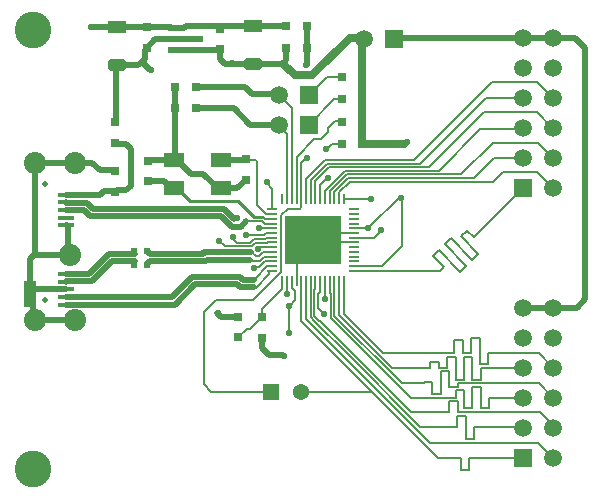
<source format=gbr>
%TF.GenerationSoftware,Altium Limited,Altium Designer,19.1.7 (138)*%
G04 Layer_Physical_Order=1*
G04 Layer_Color=255*
%FSLAX45Y45*%
%MOMM*%
%TF.FileFunction,Copper,L1,Top,Signal*%
%TF.Part,Single*%
G01*
G75*
%TA.AperFunction,ConnectorPad*%
%ADD10R,1.35000X0.40000*%
%ADD11R,0.98000X2.18000*%
%TA.AperFunction,SMDPad,CuDef*%
%ADD12R,0.80000X0.80000*%
%ADD13R,4.85000X4.05000*%
%ADD14R,0.85000X0.20000*%
%ADD15R,0.20000X0.85000*%
%ADD16R,1.50000X1.00000*%
G04:AMPARAMS|DCode=17|XSize=1mm|YSize=1.5mm|CornerRadius=0.25mm|HoleSize=0mm|Usage=FLASHONLY|Rotation=90.000|XOffset=0mm|YOffset=0mm|HoleType=Round|Shape=RoundedRectangle|*
%AMROUNDEDRECTD17*
21,1,1.00000,1.00000,0,0,90.0*
21,1,0.50000,1.50000,0,0,90.0*
1,1,0.50000,0.50000,0.25000*
1,1,0.50000,0.50000,-0.25000*
1,1,0.50000,-0.50000,-0.25000*
1,1,0.50000,-0.50000,0.25000*
%
%ADD17ROUNDEDRECTD17*%
%ADD18R,0.80000X0.80000*%
%ADD19R,0.85000X0.60000*%
%ADD20R,1.80000X1.20000*%
%ADD21R,0.50000X0.60000*%
%TA.AperFunction,Conductor*%
%ADD22C,0.20320*%
%ADD23C,0.50800*%
%ADD24C,0.63500*%
%ADD25C,0.25400*%
%TA.AperFunction,ComponentPad*%
%ADD26C,1.37000*%
%ADD27R,1.37000X1.37000*%
%ADD28C,1.50000*%
%ADD29R,1.50000X1.50000*%
%TA.AperFunction,WasherPad*%
%ADD30C,3.10000*%
%TA.AperFunction,ComponentPad*%
%ADD31C,1.87500*%
%ADD32C,0.50000*%
%TA.AperFunction,ViaPad*%
%ADD33C,0.55880*%
D10*
X3873500Y5908500D02*
D03*
Y5843500D02*
D03*
Y5778500D02*
D03*
Y5713500D02*
D03*
Y5648500D02*
D03*
Y5238500D02*
D03*
Y5173500D02*
D03*
Y5108500D02*
D03*
Y5043500D02*
D03*
Y4978500D02*
D03*
D11*
X3576500Y5067000D02*
D03*
D12*
X6386695Y6337294D02*
D03*
X6211695D02*
D03*
X6386695Y6527794D02*
D03*
X6211695D02*
D03*
X6385300Y6718300D02*
D03*
X6210300D02*
D03*
X6386695Y6908794D02*
D03*
X6211695D02*
D03*
X5916804Y7340608D02*
D03*
X5741804D02*
D03*
X5916795Y7150094D02*
D03*
X5741795D02*
D03*
X4978400Y6639468D02*
D03*
X4803400D02*
D03*
X4976995Y6819894D02*
D03*
X4801995D02*
D03*
D13*
X5969000Y5524500D02*
D03*
D14*
X6314000Y5784500D02*
D03*
Y5744500D02*
D03*
Y5704500D02*
D03*
Y5664500D02*
D03*
Y5624500D02*
D03*
Y5584500D02*
D03*
Y5544500D02*
D03*
Y5504500D02*
D03*
Y5464500D02*
D03*
Y5424500D02*
D03*
Y5384500D02*
D03*
Y5344500D02*
D03*
Y5304500D02*
D03*
Y5264500D02*
D03*
X5624000D02*
D03*
Y5304500D02*
D03*
Y5344500D02*
D03*
Y5384500D02*
D03*
Y5424500D02*
D03*
Y5464500D02*
D03*
Y5504500D02*
D03*
Y5544500D02*
D03*
Y5584500D02*
D03*
Y5624500D02*
D03*
Y5664500D02*
D03*
Y5704500D02*
D03*
Y5744500D02*
D03*
Y5784500D02*
D03*
D15*
X6229000Y5179500D02*
D03*
X6189000D02*
D03*
X6149000D02*
D03*
X6109000D02*
D03*
X6069000D02*
D03*
X6029000D02*
D03*
X5989000D02*
D03*
X5949000D02*
D03*
X5909000D02*
D03*
X5869000D02*
D03*
X5829000D02*
D03*
X5789000D02*
D03*
X5749000D02*
D03*
X5709000D02*
D03*
Y5869500D02*
D03*
X5749000D02*
D03*
X5789000D02*
D03*
X5829000D02*
D03*
X5869000D02*
D03*
X5909000D02*
D03*
X5949000D02*
D03*
X5989000D02*
D03*
X6029000D02*
D03*
X6069000D02*
D03*
X6109000D02*
D03*
X6149000D02*
D03*
X6189000D02*
D03*
X6229000D02*
D03*
D16*
X5461000Y7340600D02*
D03*
X4305300Y7327900D02*
D03*
D17*
X5461000Y7019603D02*
D03*
X4305300Y7006903D02*
D03*
D18*
X5181608Y7138796D02*
D03*
Y7313796D02*
D03*
X4292600Y6350000D02*
D03*
Y6525000D02*
D03*
X4559300Y7152900D02*
D03*
Y7327900D02*
D03*
X5397500Y6032500D02*
D03*
Y6207500D02*
D03*
X4572008Y6021196D02*
D03*
Y6196196D02*
D03*
X4292600Y5930900D02*
D03*
Y6105900D02*
D03*
X5333994Y4700405D02*
D03*
Y4875405D02*
D03*
X5537200Y4874000D02*
D03*
Y4699000D02*
D03*
D19*
X4997000Y7226300D02*
D03*
X4782000Y7131300D02*
D03*
Y7321300D02*
D03*
D20*
X5191100Y5963300D02*
D03*
X4791100D02*
D03*
Y6203300D02*
D03*
X5191100D02*
D03*
D21*
X4456007Y5315581D02*
D03*
X4561003D02*
D03*
X4456007Y5435606D02*
D03*
X4561003D02*
D03*
D22*
X6464300Y4241800D02*
X7023100Y3683000D01*
X5869000Y4837100D02*
X6464300Y4241800D01*
X5867400D02*
X6464300D01*
X5752500Y5791200D02*
X5854700D01*
X5697500Y5736200D02*
X5752500Y5791200D01*
X5697500Y5253000D02*
Y5736200D01*
X5461000Y5016500D02*
X5697500Y5253000D01*
X5143500Y5016500D02*
X5461000D01*
X5041900Y4914900D02*
X5143500Y5016500D01*
X5041900Y4305300D02*
Y4914900D01*
Y4305300D02*
X5105400Y4241800D01*
X5613400D01*
X5854700Y5791200D02*
X5868840Y5805340D01*
Y5869340D01*
X5869000Y5869500D01*
Y4837100D02*
Y5179500D01*
X5867400Y4241800D02*
X5869000Y4243400D01*
X7327900Y3683000D02*
X7747000D01*
X7023100D02*
X7122160D01*
X7221220D01*
Y3579857D02*
Y3683000D01*
Y3579857D02*
X7292340D01*
Y3683000D01*
X7327900D01*
X5829000Y5179500D02*
Y5384500D01*
X6708956Y5872026D02*
X6715760Y5878830D01*
X6684826Y5872026D02*
X6708956D01*
X6453074Y5640274D02*
X6684826Y5872026D01*
X6549100Y5304500D02*
X6718300Y5473700D01*
X6715760Y5878830D02*
X6718300Y5876290D01*
Y5473700D02*
Y5876290D01*
X6314000Y5304500D02*
X6549100D01*
X6814820Y4566920D02*
X7165339D01*
Y4677466D01*
X7236459D01*
Y4566920D02*
Y4677466D01*
Y4566920D02*
X7307579D01*
Y4693920D01*
X7378699D01*
Y4475480D02*
Y4693920D01*
Y4475480D02*
X7449819D01*
Y4566920D01*
X7459980D01*
X6558280D02*
X6814820D01*
X7459980D02*
X7879080D01*
X6913880Y4445000D02*
X6962139D01*
Y4493231D01*
X7033259D01*
Y4445000D02*
Y4493231D01*
Y4445000D02*
X7104379D01*
Y4536440D01*
X7175499D01*
Y4343400D02*
Y4536440D01*
Y4343400D02*
X7246619D01*
Y4536440D01*
X7317739D01*
Y4343400D02*
Y4536440D01*
Y4343400D02*
X7388859D01*
Y4445000D01*
X7399020D01*
X6634480D02*
X6913880D01*
X7399020D02*
X7747000D01*
X6868160Y4312920D02*
X6908799D01*
Y4324018D01*
X6979919D01*
Y4221480D02*
Y4324018D01*
Y4221480D02*
X7051039D01*
Y4414520D01*
X7122159D01*
Y4284771D02*
Y4414520D01*
Y4284771D02*
X7193279D01*
Y4312920D01*
X7203440D01*
X6718300D02*
X6868160D01*
X7203440D02*
X7879080D01*
X7007860Y4191000D02*
X7175499D01*
Y4254291D01*
X7246619D01*
Y4099560D02*
Y4254291D01*
Y4099560D02*
X7317739D01*
Y4282440D01*
X7388859D01*
Y4099560D02*
Y4282440D01*
Y4099560D02*
X7459979D01*
Y4191000D01*
X7470140D01*
X6794500D02*
X7007860D01*
X7470140D02*
X7747000D01*
X7193281Y4069080D02*
X7396480D01*
X7193281D02*
Y4158889D01*
X7122161D02*
X7193281D01*
X7122161Y4069080D02*
Y4158889D01*
X7112000Y4069080D02*
X7122161D01*
X7396480D02*
X7889240D01*
X6799580D02*
X7112000D01*
X7498081Y3942080D02*
X7592060D01*
X7498081Y3938262D02*
Y3942080D01*
X7426961Y3938262D02*
X7498081D01*
X7426961D02*
Y3942080D01*
X7345680D02*
X7426961D01*
X7592060D02*
X7741920D01*
X7343140D02*
X7345680D01*
X7147560D02*
X7190739D01*
Y4038600D01*
X7261859D01*
Y3837940D02*
Y4038600D01*
Y3837940D02*
X7332979D01*
Y3942080D01*
X7343140D01*
X6878320D02*
X7147560D01*
X7327452Y5549452D02*
X7345680Y5567680D01*
X7271113Y5605791D02*
X7327452Y5549452D01*
X7220824Y5555502D02*
X7271113Y5605791D01*
X7220824Y5555502D02*
X7366965Y5409360D01*
X7316676Y5359071D02*
X7366965Y5409360D01*
X7137071Y5538676D02*
X7316676Y5359071D01*
X7086781Y5488387D02*
X7137071Y5538676D01*
X7086781Y5488387D02*
X7266387Y5308782D01*
X7216097Y5258492D02*
X7266387Y5308782D01*
X7036492Y5438098D02*
X7216097Y5258492D01*
X6986202Y5387808D02*
X7036492Y5438098D01*
X6986202Y5387808D02*
X7076005Y5298005D01*
X7068820Y5290820D02*
X7076005Y5298005D01*
X7345680Y5567680D02*
X7747000Y5969000D01*
X7042500Y5264500D02*
X7068820Y5290820D01*
X6314000Y5264500D02*
X7042500D01*
X5293360Y5537200D02*
Y5547360D01*
X6314000Y5624500D02*
X6433820D01*
X6229000Y5869500D02*
X6451160D01*
X6451600Y5869940D01*
X6484300Y5544500D02*
X6540500Y5600700D01*
X6314000Y5544500D02*
X6484300D01*
X5989000Y5504500D02*
X6314000D01*
X5969000Y5524500D02*
X5989000Y5504500D01*
X6029000Y5584500D02*
X6314000D01*
X5969000Y5524500D02*
X6029000Y5584500D01*
X5624000Y5784500D02*
Y5960940D01*
X5580380Y6004560D02*
X5624000Y5960940D01*
X5765800Y4737100D02*
X5767070Y4738370D01*
Y4969510D01*
X5768340Y4970780D01*
X5501640Y5448300D02*
X5506720D01*
X6012180Y4947920D02*
X6057900Y4902200D01*
X6012180Y4947920D02*
Y5067300D01*
X5768340Y4970780D02*
X5773420D01*
X7868920Y6863080D02*
X8001000Y6731000D01*
X6822440Y6202680D02*
X7482840Y6863080D01*
X7868920D01*
X6070600Y6202680D02*
X6822440D01*
X7434580Y6731000D02*
X7747000D01*
X6875780Y6172200D02*
X7434580Y6731000D01*
X6085840Y6172200D02*
X6875780D01*
X7995920Y6477000D02*
X8001000D01*
X7861300Y6611620D02*
X7995920Y6477000D01*
X6949440Y6141720D02*
X7419340Y6611620D01*
X7861300D01*
X6106160Y6141720D02*
X6949440D01*
X7731760Y6461760D02*
X7747000Y6477000D01*
X7386320Y6461760D02*
X7731760D01*
X6240780Y6111240D02*
X7035800D01*
X7386320Y6461760D01*
X7874000Y6350000D02*
X8001000Y6223000D01*
X7493000Y6350000D02*
X7874000D01*
X7223760Y6080760D02*
X7493000Y6350000D01*
X6253405Y6080760D02*
X7223760D01*
X7327900Y6050280D02*
X7498080Y6220460D01*
X7744460D01*
X6266030Y6050280D02*
X7327900D01*
X7744460Y6220460D02*
X7747000Y6223000D01*
X7868920Y6101080D02*
X8001000Y5969000D01*
X7574280Y6101080D02*
X7868920D01*
X8001000Y5969000D02*
X8001000D01*
X7493000Y6019800D02*
X7574280Y6101080D01*
X6278655Y6019800D02*
X7493000D01*
X7879080Y4566920D02*
X8001000Y4445000D01*
X6189000Y4890480D02*
X6634480Y4445000D01*
X7879080Y4312920D02*
X8001000Y4191000D01*
X6149000Y4882220D02*
X6718300Y4312920D01*
X6271259Y4549140D02*
X6271260D01*
X6024880Y4843780D02*
X6799580Y4069080D01*
X5941928Y4825132D02*
X6959600Y3807460D01*
X5979480Y4884025D02*
X6019725Y4843780D01*
X6271260Y4549140D02*
X6878320Y3942080D01*
X6019725Y4843780D02*
X6024880D01*
X6959600Y3807460D02*
X7876540D01*
X6118520Y4866980D02*
X6794500Y4191000D01*
X6229000Y4896200D02*
X6558280Y4566920D01*
X6229000Y4896200D02*
Y5179500D01*
X7889240Y4069080D02*
X8001000Y3957320D01*
Y3937000D02*
Y3957320D01*
X6118520Y4866980D02*
Y5067300D01*
X6189000Y4890480D02*
Y5179500D01*
X7741920Y3942080D02*
X7747000Y3937000D01*
X5976620Y4843780D02*
X6271259Y4549140D01*
X5949000Y4871400D02*
X5976620Y4843780D01*
X5979480Y4884025D02*
Y5102860D01*
X5909000Y4858061D02*
Y5179500D01*
Y4858061D02*
X5941928Y4825132D01*
X5989000Y5112380D02*
Y5179500D01*
X5979480Y5102860D02*
X5989000Y5112380D01*
X5949000Y4871400D02*
Y5179500D01*
X7876540Y3807460D02*
X8001000Y3683000D01*
X6149000Y4882220D02*
Y5179500D01*
X6109000Y5076820D02*
Y5179500D01*
Y5076820D02*
X6118520Y5067300D01*
X6029000Y5084120D02*
Y5179500D01*
X6012180Y5067300D02*
X6029000Y5084120D01*
X6067740Y5024861D02*
Y5036500D01*
X6069000Y5037760D01*
Y5179500D01*
X5819140Y5016500D02*
Y5092700D01*
X5773420Y4970780D02*
X5819140Y5016500D01*
X5789000Y5179500D02*
X5789160Y5179340D01*
Y5122680D02*
Y5179340D01*
Y5122680D02*
X5819140Y5092700D01*
X5829000Y5384500D02*
X5969000Y5524500D01*
X5438140Y5351780D02*
X5520397D01*
X5433060Y5356860D02*
X5438140Y5351780D01*
X5450840Y5473700D02*
X5478780Y5501640D01*
X5219700Y5473700D02*
X5450840D01*
X5478780Y5501640D02*
X5575150D01*
X5438140Y5504180D02*
X5466080Y5532120D01*
X5326380Y5504180D02*
X5438140D01*
X5466080Y5532120D02*
X5562525D01*
X5293360Y5537200D02*
X5326380Y5504180D01*
X5552440Y5565140D02*
X5571640Y5584340D01*
X5397124Y5565140D02*
X5552440D01*
X5571640Y5584340D02*
X5623840D01*
X5506720Y5448300D02*
X5521960Y5463540D01*
X5445049Y5427980D02*
X5485689Y5387340D01*
X5546420Y5424500D02*
X5624000D01*
X5485689Y5387340D02*
X5509260D01*
X5553117Y5384500D02*
X5624000D01*
X5520397Y5351780D02*
X5553117Y5384500D01*
X5509260Y5387340D02*
X5546420Y5424500D01*
X5559935Y5344500D02*
X5624000D01*
X5467794Y5288280D02*
X5477514Y5298000D01*
X5513434D01*
X5559935Y5344500D01*
X5173980Y5519420D02*
X5219700Y5473700D01*
X5528000Y5464500D02*
X5624000D01*
X5575150Y5501640D02*
X5577850Y5504340D01*
X5527040Y5463540D02*
X5528000Y5464500D01*
X5562525Y5532120D02*
X5574745Y5544340D01*
X5521960Y5463540D02*
X5527040D01*
X5749000Y5070820D02*
Y5179500D01*
X5333994Y4700405D02*
X5406249Y4772660D01*
X5435860D02*
X5537200Y4874000D01*
X5406249Y4772660D02*
X5435860D01*
X5537200Y4874000D02*
Y4937760D01*
X5709000Y5109560D02*
Y5179500D01*
X5537200Y4937760D02*
X5709000Y5109560D01*
X6090920Y6291580D02*
Y6296660D01*
X6131554Y6337294D02*
X6211695D01*
X6090920Y6296660D02*
X6131554Y6337294D01*
X6090920Y6050280D02*
X6093460D01*
X6029000Y5869500D02*
Y5988360D01*
X6090920Y6050280D01*
X6189160Y5930305D02*
X6278655Y6019800D01*
X6189000Y5869500D02*
X6189160Y5869660D01*
Y5930305D01*
X6149000Y5869500D02*
Y5933250D01*
X6266030Y6050280D01*
X6109000Y5936355D02*
X6253405Y6080760D01*
X6109000Y5869500D02*
Y5936355D01*
X6069000Y5939460D02*
X6240780Y6111240D01*
X6069000Y5869500D02*
Y5939460D01*
X5989000Y6024560D02*
X6106160Y6141720D01*
X5989000Y5869500D02*
Y6024560D01*
X5949000Y6035360D02*
X6085840Y6172200D01*
X5949000Y5869500D02*
Y6035360D01*
X5909000Y5869500D02*
Y6041080D01*
X6070600Y6202680D01*
X5910580Y6217920D02*
Y6220460D01*
X5869000Y5869500D02*
Y6176340D01*
X5910580Y6217920D01*
X5976620Y6377940D02*
X6032500D01*
X6098540Y6443980D02*
Y6471920D01*
X6032500Y6377940D02*
X6098540Y6443980D01*
X5829000Y5869500D02*
Y6230320D01*
X5976620Y6377940D01*
X6209149Y6530340D02*
X6211695Y6527794D01*
X6098540Y6471920D02*
X6156960Y6530340D01*
X6209149D01*
X5931723Y6502325D02*
X6147698Y6718300D01*
X6210300D01*
X5931723Y6756325D02*
X6084191Y6908794D01*
X6211695D01*
X5789000Y5869500D02*
Y6645048D01*
X5677723Y6756325D02*
X5789000Y6645048D01*
X5749000Y5869500D02*
Y6424431D01*
X5677723Y6495708D02*
X5749000Y6424431D01*
X5677723Y6495708D02*
Y6502325D01*
X5491480Y5821680D02*
Y6190777D01*
X5568500Y5744660D02*
X5623840D01*
X5491480Y5821680D02*
X5568500Y5744660D01*
X5623840D02*
X5624000Y5744500D01*
X5397500Y6207500D02*
X5402320Y6202680D01*
X5479577D01*
X5491480Y6190777D01*
X5536223Y5722620D02*
X5547360D01*
X5565320Y5704660D02*
X5623840D01*
X5547360Y5722620D02*
X5565320Y5704660D01*
X5623840D02*
X5624000Y5704500D01*
X5537200Y5689600D02*
X5562300Y5664500D01*
X5624000D01*
X5405120Y5689600D02*
X5537200D01*
X5513400Y5624500D02*
X5624000D01*
X5511800Y5626100D02*
X5513400Y5624500D01*
X5623840Y5504340D02*
X5624000Y5504500D01*
X5577850Y5504340D02*
X5623840D01*
Y5544340D02*
X5624000Y5544500D01*
X5574745Y5544340D02*
X5623840D01*
Y5584340D02*
X5624000Y5584500D01*
X5400040Y5684520D02*
X5405120Y5689600D01*
X5582763Y5304500D02*
X5624000D01*
X5473132Y5194868D02*
X5582763Y5304500D01*
X5596564Y5264500D02*
X5624000D01*
X5596404Y5264340D02*
X5596564Y5264500D01*
X5596404Y5236904D02*
Y5264340D01*
X5482000Y5122500D02*
X5596404Y5236904D01*
D23*
X7750000Y4950000D02*
X8200000D01*
X7747000Y4953000D02*
X7750000Y4950000D01*
X8275000Y5025000D02*
Y7150000D01*
X8200000Y4950000D02*
X8275000Y5025000D01*
X8001000Y7239000D02*
X8186000D01*
X8275000Y7150000D01*
X7747000Y7239000D02*
X8001000D01*
X6650000Y7225000D02*
X6657000Y7232000D01*
X7740000D01*
X7747000Y7239000D01*
X5285740Y7019603D02*
X5461000D01*
X5537200Y4607560D02*
X5595620Y4549140D01*
X5715000D01*
X5537200Y4607560D02*
Y4699000D01*
X4091940Y7327900D02*
X4305300D01*
X4086860Y7332980D02*
X4091940Y7327900D01*
X5220657Y7019603D02*
X5285740D01*
X4801995Y6214195D02*
Y6819894D01*
X4791100Y6203300D02*
X4801995Y6214195D01*
X4787548Y6199748D02*
X4791100Y6203300D01*
X4099560Y6179820D02*
X4163060Y6116320D01*
X3619320Y6179820D02*
X4099560D01*
X3576500Y5084900D02*
Y5365202D01*
X3606258Y5394960D02*
X3892000D01*
X4163060Y6116320D02*
X4282180D01*
X4292600Y6105900D01*
X3606258Y5394960D02*
X3614940Y5403642D01*
X3576500Y5365202D02*
X3606258Y5394960D01*
X3614940Y6175440D02*
X3615500Y6176000D01*
X3614940Y5403642D02*
Y6175440D01*
X3873500Y5648500D02*
X3886600D01*
X3892000Y5643100D01*
Y5419500D02*
Y5643100D01*
Y5419500D02*
X3910500Y5401000D01*
X3615500Y6176000D02*
X3619320Y6179820D01*
X3615500Y4846000D02*
X3950500D01*
X3576500Y5067000D02*
X3596000Y5047500D01*
Y4865500D02*
Y5047500D01*
Y4865500D02*
X3615500Y4846000D01*
X3600100Y5108500D02*
X3873500D01*
X3576500Y5084900D02*
X3600100Y5108500D01*
X3576500Y5067000D02*
Y5084900D01*
X5158740Y4909820D02*
X5193155Y4875405D01*
X5333994D01*
X4517232Y7034372D02*
X4544700Y7061840D01*
X4489763Y7006903D02*
X4517232Y7034372D01*
X4576763Y6974840D02*
X4577080D01*
X4584700Y6967220D01*
X4517232Y7034372D02*
X4576763Y6974840D01*
X5072578Y5356860D02*
X5433060D01*
X5059562Y5343844D02*
X5072578Y5356860D01*
X4585066Y5343844D02*
X5059562D01*
X5049060Y5423145D02*
X5440213D01*
X5033259Y5407344D02*
X5049060Y5423145D01*
X4585066Y5407344D02*
X5033259D01*
X5279306Y5639251D02*
X5354771D01*
X5400040Y5684520D01*
X5916795Y7011805D02*
X5918200Y7010400D01*
X5916795Y7011805D02*
Y7150094D01*
X4572008Y6021196D02*
X4703204D01*
X4761100Y5963300D01*
X4791100D01*
X5191100D02*
X5328300D01*
X5397500Y6032500D01*
X5161100Y5963300D02*
X5191100D01*
X5038560Y6085840D02*
X5161100Y5963300D01*
X4938560Y6085840D02*
X5038560D01*
X4821100Y6203300D02*
X4938560Y6085840D01*
X5191100Y6203300D02*
X5193200Y6205400D01*
X5395400D01*
X5397500Y6207500D01*
X4572008Y6196196D02*
X4575560Y6199748D01*
X4787548D01*
X5433135Y6502325D02*
X5677723D01*
X5295992Y6639468D02*
X5433135Y6502325D01*
X4978400Y6639468D02*
X5295992D01*
X5675108Y6758940D02*
X5677723Y6756325D01*
X5455920Y6758940D02*
X5675108D01*
X4976995Y6819894D02*
X5394966D01*
X5455920Y6758940D01*
X4894580Y7340600D02*
X5461000D01*
X4782000Y7321300D02*
X4875280D01*
X4894580Y7340600D01*
X5741800Y7340604D02*
X5741804Y7340608D01*
X5461004Y7340604D02*
X5741800D01*
X5461000Y7340600D02*
X5461004Y7340604D01*
X5916799Y7340603D02*
X5916804Y7340608D01*
X5916799Y7150098D02*
Y7340603D01*
X5916795Y7150094D02*
X5916799Y7150098D01*
X5741795Y7049895D02*
Y7150094D01*
X5711503Y7019603D02*
X5741795Y7049895D01*
X5461000Y7019603D02*
X5711503D01*
X5177860Y7135048D02*
X5181600Y7138788D01*
Y7058660D02*
X5220657Y7019603D01*
X5181600Y7138788D02*
X5181608Y7138796D01*
X5181600Y7058660D02*
Y7138788D01*
X4782000Y7131300D02*
X4785748Y7135048D01*
X5177860D01*
X4559300Y7152900D02*
X4632700Y7226300D01*
X4997000D01*
X4544700Y7138300D02*
X4559300Y7152900D01*
X4544700Y7061840D02*
Y7138300D01*
X4305300Y7006903D02*
X4489763D01*
X4559300Y7327900D02*
X4762900D01*
X4305300D02*
X4559300D01*
X4762900D02*
X4769500Y7321300D01*
X4782000D01*
X4292600Y6525000D02*
X4298950Y6531350D01*
Y7000553D01*
X4305300Y7006903D01*
X4292600Y6350000D02*
X4307200Y6335400D01*
X4383400D01*
X4424680Y5986780D02*
Y6294120D01*
X4383400Y6335400D02*
X4424680Y6294120D01*
X4383400Y5945500D02*
X4424680Y5986780D01*
X4292600Y5930900D02*
X4307200Y5945500D01*
X4383400D01*
X4282440Y5941060D02*
X4292600Y5930900D01*
X4196080Y5941060D02*
X4282440D01*
X3873500Y5908500D02*
X4163520D01*
X4196080Y5941060D01*
X4083425Y5727700D02*
X5190858D01*
X5217160Y5791200D02*
X5302693Y5705667D01*
X4109727Y5791200D02*
X5217160D01*
X5190858Y5727700D02*
X5279306Y5639251D01*
X3874250Y5842750D02*
X4058178D01*
X3873500Y5843500D02*
X3874250Y5842750D01*
X4058178D02*
X4109727Y5791200D01*
X3874250Y5779250D02*
X4031875D01*
X3873500Y5778500D02*
X3874250Y5779250D01*
X4031875D02*
X4083425Y5727700D01*
X5373993Y5189942D02*
X5468205D01*
X5347691Y5126442D02*
X5468205D01*
X4946199Y5212898D02*
X5351037D01*
X5373993Y5189942D01*
X4776050Y5042750D02*
X4946199Y5212898D01*
X3874250Y5042750D02*
X4776050D01*
X3873500Y5043500D02*
X3874250Y5042750D01*
X5324734Y5149398D02*
X5347691Y5126442D01*
X4802353Y4979250D02*
X4972501Y5149398D01*
X5324734D01*
X3874250Y4979250D02*
X4802353D01*
X3873500Y4978500D02*
X3874250Y4979250D01*
X4561003Y5431406D02*
Y5435606D01*
Y5431406D02*
X4585066Y5407344D01*
X4561003Y5319781D02*
X4585066Y5343844D01*
X4561003Y5315581D02*
Y5319781D01*
X4241800Y5410200D02*
X4457700D01*
X4268102Y5346700D02*
X4457700D01*
X4095652Y5174250D02*
X4268102Y5346700D01*
X4069350Y5237750D02*
X4241800Y5410200D01*
X3874250Y5174250D02*
X4095652D01*
X3873500Y5173500D02*
X3874250Y5174250D01*
X3874250Y5237750D02*
X4069350D01*
X3873500Y5238500D02*
X3874250Y5237750D01*
D24*
X6386695Y6718300D02*
Y6908794D01*
Y6337294D02*
X6738614D01*
X6278880Y7239000D02*
X6393180D01*
X6386695Y6908794D02*
Y7232515D01*
Y6527794D02*
Y6718300D01*
Y6337294D02*
Y6527794D01*
Y7232515D02*
X6393180Y7239000D01*
X5711503Y7019603D02*
X5812146Y6918960D01*
X5958840D01*
X6278880Y7239000D01*
D25*
X5466080Y5722620D02*
X5536223D01*
X5334000Y5854700D02*
X5466080Y5722620D01*
X4929700Y5854700D02*
X5334000D01*
X4791100Y5963300D02*
X4821100D01*
X4929700Y5854700D01*
D26*
X5867400Y4241800D02*
D03*
D27*
X5613400D02*
D03*
D28*
X6396000Y7225000D02*
D03*
X5677723Y6502325D02*
D03*
Y6756325D02*
D03*
X8001000Y3683000D02*
D03*
X7747000Y3937000D02*
D03*
Y4191000D02*
D03*
Y4445000D02*
D03*
Y4699000D02*
D03*
Y4953000D02*
D03*
X8001000Y3937000D02*
D03*
Y4191000D02*
D03*
Y4445000D02*
D03*
Y4699000D02*
D03*
Y4953000D02*
D03*
Y5969000D02*
D03*
X7747000Y6223000D02*
D03*
Y6477000D02*
D03*
Y6731000D02*
D03*
Y6985000D02*
D03*
Y7239000D02*
D03*
X8001000Y6223000D02*
D03*
Y6477000D02*
D03*
Y6731000D02*
D03*
Y6985000D02*
D03*
Y7239000D02*
D03*
D29*
X6650000Y7225000D02*
D03*
X5931723Y6502325D02*
D03*
Y6756325D02*
D03*
X7747000Y3683000D02*
D03*
Y5969000D02*
D03*
D30*
X3594861Y3588206D02*
D03*
X3600000Y7300000D02*
D03*
D31*
X3615500Y6176000D02*
D03*
Y4846000D02*
D03*
X3950500D02*
D03*
X3910500Y5401000D02*
D03*
X3950500Y6176000D02*
D03*
D32*
X3700500Y6001000D02*
D03*
Y5021000D02*
D03*
D33*
X6012180Y5603240D02*
D03*
X6139180Y5527040D02*
D03*
Y5603240D02*
D03*
X4800600Y6431280D02*
D03*
X4086860Y7327900D02*
D03*
X5720080Y4546600D02*
D03*
X5293360Y5547360D02*
D03*
X5285740Y7023100D02*
D03*
X6715760Y5878830D02*
D03*
X6433820Y5623560D02*
D03*
X6548120Y5610860D02*
D03*
X6461760Y5875020D02*
D03*
X6761480Y6352540D02*
D03*
X5582920Y6019800D02*
D03*
X5765800Y4737100D02*
D03*
X6057900Y4902200D02*
D03*
X5768340Y4970780D02*
D03*
X4594860Y6962140D02*
D03*
X5161280Y4909820D02*
D03*
X6067740Y5024861D02*
D03*
X5749000Y5070820D02*
D03*
X5397124Y5565140D02*
D03*
X5501640Y5450840D02*
D03*
X6078220Y6294120D02*
D03*
X6098540Y6052820D02*
D03*
X5920740Y6223000D02*
D03*
X5913120Y7005320D02*
D03*
X5513400Y5624500D02*
D03*
X5173980Y5519420D02*
D03*
X5321300Y5712460D02*
D03*
X5467794Y5288280D02*
D03*
%TF.MD5,bc1eaa171b8bf2f462149b06a4793f57*%
M02*

</source>
